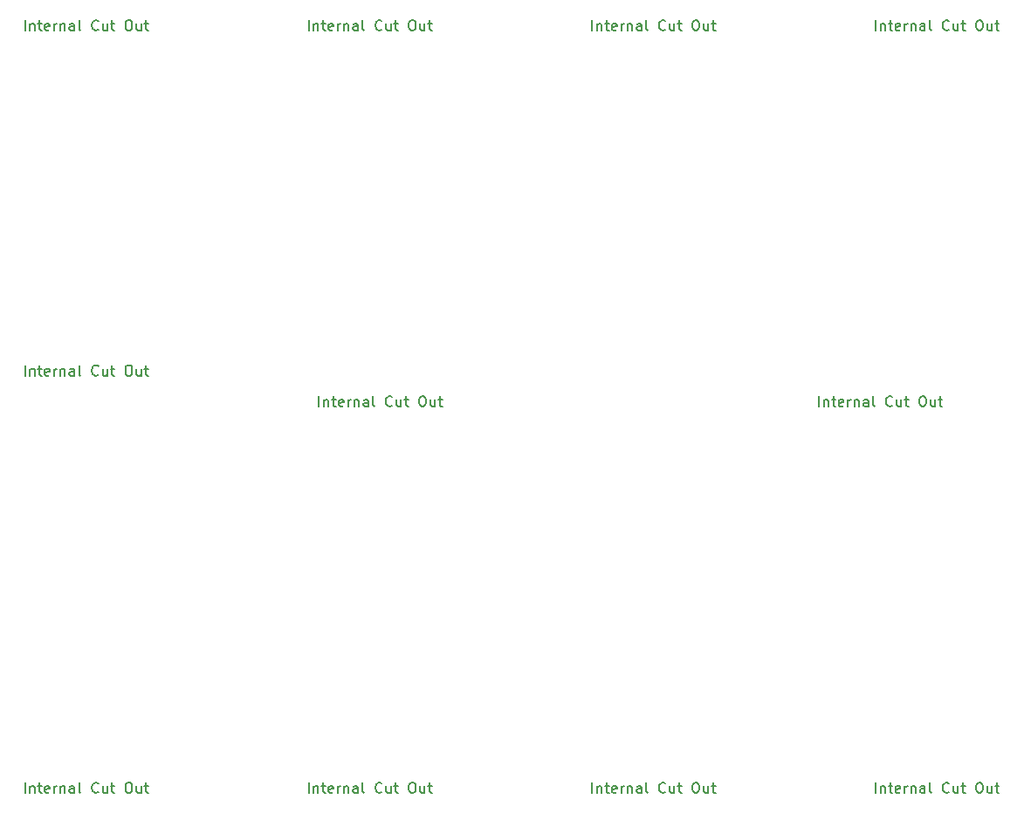
<source format=gbr>
G04 #@! TF.GenerationSoftware,KiCad,Pcbnew,(5.1.4)-1*
G04 #@! TF.CreationDate,2020-12-21T14:05:13-05:00*
G04 #@! TF.ProjectId,vocoder_faceplate,766f636f-6465-4725-9f66-616365706c61,rev?*
G04 #@! TF.SameCoordinates,Original*
G04 #@! TF.FileFunction,Drawing*
%FSLAX46Y46*%
G04 Gerber Fmt 4.6, Leading zero omitted, Abs format (unit mm)*
G04 Created by KiCad (PCBNEW (5.1.4)-1) date 2020-12-21 14:05:13*
%MOMM*%
%LPD*%
G04 APERTURE LIST*
%ADD10C,0.150000*%
G04 APERTURE END LIST*
D10*
X159595238Y-129952380D02*
X159595238Y-128952380D01*
X160071428Y-129285714D02*
X160071428Y-129952380D01*
X160071428Y-129380952D02*
X160119047Y-129333333D01*
X160214285Y-129285714D01*
X160357142Y-129285714D01*
X160452380Y-129333333D01*
X160500000Y-129428571D01*
X160500000Y-129952380D01*
X160833333Y-129285714D02*
X161214285Y-129285714D01*
X160976190Y-128952380D02*
X160976190Y-129809523D01*
X161023809Y-129904761D01*
X161119047Y-129952380D01*
X161214285Y-129952380D01*
X161928571Y-129904761D02*
X161833333Y-129952380D01*
X161642857Y-129952380D01*
X161547619Y-129904761D01*
X161500000Y-129809523D01*
X161500000Y-129428571D01*
X161547619Y-129333333D01*
X161642857Y-129285714D01*
X161833333Y-129285714D01*
X161928571Y-129333333D01*
X161976190Y-129428571D01*
X161976190Y-129523809D01*
X161500000Y-129619047D01*
X162404761Y-129952380D02*
X162404761Y-129285714D01*
X162404761Y-129476190D02*
X162452380Y-129380952D01*
X162500000Y-129333333D01*
X162595238Y-129285714D01*
X162690476Y-129285714D01*
X163023809Y-129285714D02*
X163023809Y-129952380D01*
X163023809Y-129380952D02*
X163071428Y-129333333D01*
X163166666Y-129285714D01*
X163309523Y-129285714D01*
X163404761Y-129333333D01*
X163452380Y-129428571D01*
X163452380Y-129952380D01*
X164357142Y-129952380D02*
X164357142Y-129428571D01*
X164309523Y-129333333D01*
X164214285Y-129285714D01*
X164023809Y-129285714D01*
X163928571Y-129333333D01*
X164357142Y-129904761D02*
X164261904Y-129952380D01*
X164023809Y-129952380D01*
X163928571Y-129904761D01*
X163880952Y-129809523D01*
X163880952Y-129714285D01*
X163928571Y-129619047D01*
X164023809Y-129571428D01*
X164261904Y-129571428D01*
X164357142Y-129523809D01*
X164976190Y-129952380D02*
X164880952Y-129904761D01*
X164833333Y-129809523D01*
X164833333Y-128952380D01*
X166690476Y-129857142D02*
X166642857Y-129904761D01*
X166500000Y-129952380D01*
X166404761Y-129952380D01*
X166261904Y-129904761D01*
X166166666Y-129809523D01*
X166119047Y-129714285D01*
X166071428Y-129523809D01*
X166071428Y-129380952D01*
X166119047Y-129190476D01*
X166166666Y-129095238D01*
X166261904Y-129000000D01*
X166404761Y-128952380D01*
X166500000Y-128952380D01*
X166642857Y-129000000D01*
X166690476Y-129047619D01*
X167547619Y-129285714D02*
X167547619Y-129952380D01*
X167119047Y-129285714D02*
X167119047Y-129809523D01*
X167166666Y-129904761D01*
X167261904Y-129952380D01*
X167404761Y-129952380D01*
X167500000Y-129904761D01*
X167547619Y-129857142D01*
X167880952Y-129285714D02*
X168261904Y-129285714D01*
X168023809Y-128952380D02*
X168023809Y-129809523D01*
X168071428Y-129904761D01*
X168166666Y-129952380D01*
X168261904Y-129952380D01*
X169547619Y-128952380D02*
X169738095Y-128952380D01*
X169833333Y-129000000D01*
X169928571Y-129095238D01*
X169976190Y-129285714D01*
X169976190Y-129619047D01*
X169928571Y-129809523D01*
X169833333Y-129904761D01*
X169738095Y-129952380D01*
X169547619Y-129952380D01*
X169452380Y-129904761D01*
X169357142Y-129809523D01*
X169309523Y-129619047D01*
X169309523Y-129285714D01*
X169357142Y-129095238D01*
X169452380Y-129000000D01*
X169547619Y-128952380D01*
X170833333Y-129285714D02*
X170833333Y-129952380D01*
X170404761Y-129285714D02*
X170404761Y-129809523D01*
X170452380Y-129904761D01*
X170547619Y-129952380D01*
X170690476Y-129952380D01*
X170785714Y-129904761D01*
X170833333Y-129857142D01*
X171166666Y-129285714D02*
X171547619Y-129285714D01*
X171309523Y-128952380D02*
X171309523Y-129809523D01*
X171357142Y-129904761D01*
X171452380Y-129952380D01*
X171547619Y-129952380D01*
X132095238Y-129952380D02*
X132095238Y-128952380D01*
X132571428Y-129285714D02*
X132571428Y-129952380D01*
X132571428Y-129380952D02*
X132619047Y-129333333D01*
X132714285Y-129285714D01*
X132857142Y-129285714D01*
X132952380Y-129333333D01*
X133000000Y-129428571D01*
X133000000Y-129952380D01*
X133333333Y-129285714D02*
X133714285Y-129285714D01*
X133476190Y-128952380D02*
X133476190Y-129809523D01*
X133523809Y-129904761D01*
X133619047Y-129952380D01*
X133714285Y-129952380D01*
X134428571Y-129904761D02*
X134333333Y-129952380D01*
X134142857Y-129952380D01*
X134047619Y-129904761D01*
X134000000Y-129809523D01*
X134000000Y-129428571D01*
X134047619Y-129333333D01*
X134142857Y-129285714D01*
X134333333Y-129285714D01*
X134428571Y-129333333D01*
X134476190Y-129428571D01*
X134476190Y-129523809D01*
X134000000Y-129619047D01*
X134904761Y-129952380D02*
X134904761Y-129285714D01*
X134904761Y-129476190D02*
X134952380Y-129380952D01*
X135000000Y-129333333D01*
X135095238Y-129285714D01*
X135190476Y-129285714D01*
X135523809Y-129285714D02*
X135523809Y-129952380D01*
X135523809Y-129380952D02*
X135571428Y-129333333D01*
X135666666Y-129285714D01*
X135809523Y-129285714D01*
X135904761Y-129333333D01*
X135952380Y-129428571D01*
X135952380Y-129952380D01*
X136857142Y-129952380D02*
X136857142Y-129428571D01*
X136809523Y-129333333D01*
X136714285Y-129285714D01*
X136523809Y-129285714D01*
X136428571Y-129333333D01*
X136857142Y-129904761D02*
X136761904Y-129952380D01*
X136523809Y-129952380D01*
X136428571Y-129904761D01*
X136380952Y-129809523D01*
X136380952Y-129714285D01*
X136428571Y-129619047D01*
X136523809Y-129571428D01*
X136761904Y-129571428D01*
X136857142Y-129523809D01*
X137476190Y-129952380D02*
X137380952Y-129904761D01*
X137333333Y-129809523D01*
X137333333Y-128952380D01*
X139190476Y-129857142D02*
X139142857Y-129904761D01*
X139000000Y-129952380D01*
X138904761Y-129952380D01*
X138761904Y-129904761D01*
X138666666Y-129809523D01*
X138619047Y-129714285D01*
X138571428Y-129523809D01*
X138571428Y-129380952D01*
X138619047Y-129190476D01*
X138666666Y-129095238D01*
X138761904Y-129000000D01*
X138904761Y-128952380D01*
X139000000Y-128952380D01*
X139142857Y-129000000D01*
X139190476Y-129047619D01*
X140047619Y-129285714D02*
X140047619Y-129952380D01*
X139619047Y-129285714D02*
X139619047Y-129809523D01*
X139666666Y-129904761D01*
X139761904Y-129952380D01*
X139904761Y-129952380D01*
X140000000Y-129904761D01*
X140047619Y-129857142D01*
X140380952Y-129285714D02*
X140761904Y-129285714D01*
X140523809Y-128952380D02*
X140523809Y-129809523D01*
X140571428Y-129904761D01*
X140666666Y-129952380D01*
X140761904Y-129952380D01*
X142047619Y-128952380D02*
X142238095Y-128952380D01*
X142333333Y-129000000D01*
X142428571Y-129095238D01*
X142476190Y-129285714D01*
X142476190Y-129619047D01*
X142428571Y-129809523D01*
X142333333Y-129904761D01*
X142238095Y-129952380D01*
X142047619Y-129952380D01*
X141952380Y-129904761D01*
X141857142Y-129809523D01*
X141809523Y-129619047D01*
X141809523Y-129285714D01*
X141857142Y-129095238D01*
X141952380Y-129000000D01*
X142047619Y-128952380D01*
X143333333Y-129285714D02*
X143333333Y-129952380D01*
X142904761Y-129285714D02*
X142904761Y-129809523D01*
X142952380Y-129904761D01*
X143047619Y-129952380D01*
X143190476Y-129952380D01*
X143285714Y-129904761D01*
X143333333Y-129857142D01*
X143666666Y-129285714D02*
X144047619Y-129285714D01*
X143809523Y-128952380D02*
X143809523Y-129809523D01*
X143857142Y-129904761D01*
X143952380Y-129952380D01*
X144047619Y-129952380D01*
X104595238Y-129952380D02*
X104595238Y-128952380D01*
X105071428Y-129285714D02*
X105071428Y-129952380D01*
X105071428Y-129380952D02*
X105119047Y-129333333D01*
X105214285Y-129285714D01*
X105357142Y-129285714D01*
X105452380Y-129333333D01*
X105500000Y-129428571D01*
X105500000Y-129952380D01*
X105833333Y-129285714D02*
X106214285Y-129285714D01*
X105976190Y-128952380D02*
X105976190Y-129809523D01*
X106023809Y-129904761D01*
X106119047Y-129952380D01*
X106214285Y-129952380D01*
X106928571Y-129904761D02*
X106833333Y-129952380D01*
X106642857Y-129952380D01*
X106547619Y-129904761D01*
X106500000Y-129809523D01*
X106500000Y-129428571D01*
X106547619Y-129333333D01*
X106642857Y-129285714D01*
X106833333Y-129285714D01*
X106928571Y-129333333D01*
X106976190Y-129428571D01*
X106976190Y-129523809D01*
X106500000Y-129619047D01*
X107404761Y-129952380D02*
X107404761Y-129285714D01*
X107404761Y-129476190D02*
X107452380Y-129380952D01*
X107500000Y-129333333D01*
X107595238Y-129285714D01*
X107690476Y-129285714D01*
X108023809Y-129285714D02*
X108023809Y-129952380D01*
X108023809Y-129380952D02*
X108071428Y-129333333D01*
X108166666Y-129285714D01*
X108309523Y-129285714D01*
X108404761Y-129333333D01*
X108452380Y-129428571D01*
X108452380Y-129952380D01*
X109357142Y-129952380D02*
X109357142Y-129428571D01*
X109309523Y-129333333D01*
X109214285Y-129285714D01*
X109023809Y-129285714D01*
X108928571Y-129333333D01*
X109357142Y-129904761D02*
X109261904Y-129952380D01*
X109023809Y-129952380D01*
X108928571Y-129904761D01*
X108880952Y-129809523D01*
X108880952Y-129714285D01*
X108928571Y-129619047D01*
X109023809Y-129571428D01*
X109261904Y-129571428D01*
X109357142Y-129523809D01*
X109976190Y-129952380D02*
X109880952Y-129904761D01*
X109833333Y-129809523D01*
X109833333Y-128952380D01*
X111690476Y-129857142D02*
X111642857Y-129904761D01*
X111500000Y-129952380D01*
X111404761Y-129952380D01*
X111261904Y-129904761D01*
X111166666Y-129809523D01*
X111119047Y-129714285D01*
X111071428Y-129523809D01*
X111071428Y-129380952D01*
X111119047Y-129190476D01*
X111166666Y-129095238D01*
X111261904Y-129000000D01*
X111404761Y-128952380D01*
X111500000Y-128952380D01*
X111642857Y-129000000D01*
X111690476Y-129047619D01*
X112547619Y-129285714D02*
X112547619Y-129952380D01*
X112119047Y-129285714D02*
X112119047Y-129809523D01*
X112166666Y-129904761D01*
X112261904Y-129952380D01*
X112404761Y-129952380D01*
X112500000Y-129904761D01*
X112547619Y-129857142D01*
X112880952Y-129285714D02*
X113261904Y-129285714D01*
X113023809Y-128952380D02*
X113023809Y-129809523D01*
X113071428Y-129904761D01*
X113166666Y-129952380D01*
X113261904Y-129952380D01*
X114547619Y-128952380D02*
X114738095Y-128952380D01*
X114833333Y-129000000D01*
X114928571Y-129095238D01*
X114976190Y-129285714D01*
X114976190Y-129619047D01*
X114928571Y-129809523D01*
X114833333Y-129904761D01*
X114738095Y-129952380D01*
X114547619Y-129952380D01*
X114452380Y-129904761D01*
X114357142Y-129809523D01*
X114309523Y-129619047D01*
X114309523Y-129285714D01*
X114357142Y-129095238D01*
X114452380Y-129000000D01*
X114547619Y-128952380D01*
X115833333Y-129285714D02*
X115833333Y-129952380D01*
X115404761Y-129285714D02*
X115404761Y-129809523D01*
X115452380Y-129904761D01*
X115547619Y-129952380D01*
X115690476Y-129952380D01*
X115785714Y-129904761D01*
X115833333Y-129857142D01*
X116166666Y-129285714D02*
X116547619Y-129285714D01*
X116309523Y-128952380D02*
X116309523Y-129809523D01*
X116357142Y-129904761D01*
X116452380Y-129952380D01*
X116547619Y-129952380D01*
X77095238Y-129952380D02*
X77095238Y-128952380D01*
X77571428Y-129285714D02*
X77571428Y-129952380D01*
X77571428Y-129380952D02*
X77619047Y-129333333D01*
X77714285Y-129285714D01*
X77857142Y-129285714D01*
X77952380Y-129333333D01*
X78000000Y-129428571D01*
X78000000Y-129952380D01*
X78333333Y-129285714D02*
X78714285Y-129285714D01*
X78476190Y-128952380D02*
X78476190Y-129809523D01*
X78523809Y-129904761D01*
X78619047Y-129952380D01*
X78714285Y-129952380D01*
X79428571Y-129904761D02*
X79333333Y-129952380D01*
X79142857Y-129952380D01*
X79047619Y-129904761D01*
X79000000Y-129809523D01*
X79000000Y-129428571D01*
X79047619Y-129333333D01*
X79142857Y-129285714D01*
X79333333Y-129285714D01*
X79428571Y-129333333D01*
X79476190Y-129428571D01*
X79476190Y-129523809D01*
X79000000Y-129619047D01*
X79904761Y-129952380D02*
X79904761Y-129285714D01*
X79904761Y-129476190D02*
X79952380Y-129380952D01*
X80000000Y-129333333D01*
X80095238Y-129285714D01*
X80190476Y-129285714D01*
X80523809Y-129285714D02*
X80523809Y-129952380D01*
X80523809Y-129380952D02*
X80571428Y-129333333D01*
X80666666Y-129285714D01*
X80809523Y-129285714D01*
X80904761Y-129333333D01*
X80952380Y-129428571D01*
X80952380Y-129952380D01*
X81857142Y-129952380D02*
X81857142Y-129428571D01*
X81809523Y-129333333D01*
X81714285Y-129285714D01*
X81523809Y-129285714D01*
X81428571Y-129333333D01*
X81857142Y-129904761D02*
X81761904Y-129952380D01*
X81523809Y-129952380D01*
X81428571Y-129904761D01*
X81380952Y-129809523D01*
X81380952Y-129714285D01*
X81428571Y-129619047D01*
X81523809Y-129571428D01*
X81761904Y-129571428D01*
X81857142Y-129523809D01*
X82476190Y-129952380D02*
X82380952Y-129904761D01*
X82333333Y-129809523D01*
X82333333Y-128952380D01*
X84190476Y-129857142D02*
X84142857Y-129904761D01*
X84000000Y-129952380D01*
X83904761Y-129952380D01*
X83761904Y-129904761D01*
X83666666Y-129809523D01*
X83619047Y-129714285D01*
X83571428Y-129523809D01*
X83571428Y-129380952D01*
X83619047Y-129190476D01*
X83666666Y-129095238D01*
X83761904Y-129000000D01*
X83904761Y-128952380D01*
X84000000Y-128952380D01*
X84142857Y-129000000D01*
X84190476Y-129047619D01*
X85047619Y-129285714D02*
X85047619Y-129952380D01*
X84619047Y-129285714D02*
X84619047Y-129809523D01*
X84666666Y-129904761D01*
X84761904Y-129952380D01*
X84904761Y-129952380D01*
X85000000Y-129904761D01*
X85047619Y-129857142D01*
X85380952Y-129285714D02*
X85761904Y-129285714D01*
X85523809Y-128952380D02*
X85523809Y-129809523D01*
X85571428Y-129904761D01*
X85666666Y-129952380D01*
X85761904Y-129952380D01*
X87047619Y-128952380D02*
X87238095Y-128952380D01*
X87333333Y-129000000D01*
X87428571Y-129095238D01*
X87476190Y-129285714D01*
X87476190Y-129619047D01*
X87428571Y-129809523D01*
X87333333Y-129904761D01*
X87238095Y-129952380D01*
X87047619Y-129952380D01*
X86952380Y-129904761D01*
X86857142Y-129809523D01*
X86809523Y-129619047D01*
X86809523Y-129285714D01*
X86857142Y-129095238D01*
X86952380Y-129000000D01*
X87047619Y-128952380D01*
X88333333Y-129285714D02*
X88333333Y-129952380D01*
X87904761Y-129285714D02*
X87904761Y-129809523D01*
X87952380Y-129904761D01*
X88047619Y-129952380D01*
X88190476Y-129952380D01*
X88285714Y-129904761D01*
X88333333Y-129857142D01*
X88666666Y-129285714D02*
X89047619Y-129285714D01*
X88809523Y-128952380D02*
X88809523Y-129809523D01*
X88857142Y-129904761D01*
X88952380Y-129952380D01*
X89047619Y-129952380D01*
X77095238Y-55952380D02*
X77095238Y-54952380D01*
X77571428Y-55285714D02*
X77571428Y-55952380D01*
X77571428Y-55380952D02*
X77619047Y-55333333D01*
X77714285Y-55285714D01*
X77857142Y-55285714D01*
X77952380Y-55333333D01*
X78000000Y-55428571D01*
X78000000Y-55952380D01*
X78333333Y-55285714D02*
X78714285Y-55285714D01*
X78476190Y-54952380D02*
X78476190Y-55809523D01*
X78523809Y-55904761D01*
X78619047Y-55952380D01*
X78714285Y-55952380D01*
X79428571Y-55904761D02*
X79333333Y-55952380D01*
X79142857Y-55952380D01*
X79047619Y-55904761D01*
X79000000Y-55809523D01*
X79000000Y-55428571D01*
X79047619Y-55333333D01*
X79142857Y-55285714D01*
X79333333Y-55285714D01*
X79428571Y-55333333D01*
X79476190Y-55428571D01*
X79476190Y-55523809D01*
X79000000Y-55619047D01*
X79904761Y-55952380D02*
X79904761Y-55285714D01*
X79904761Y-55476190D02*
X79952380Y-55380952D01*
X80000000Y-55333333D01*
X80095238Y-55285714D01*
X80190476Y-55285714D01*
X80523809Y-55285714D02*
X80523809Y-55952380D01*
X80523809Y-55380952D02*
X80571428Y-55333333D01*
X80666666Y-55285714D01*
X80809523Y-55285714D01*
X80904761Y-55333333D01*
X80952380Y-55428571D01*
X80952380Y-55952380D01*
X81857142Y-55952380D02*
X81857142Y-55428571D01*
X81809523Y-55333333D01*
X81714285Y-55285714D01*
X81523809Y-55285714D01*
X81428571Y-55333333D01*
X81857142Y-55904761D02*
X81761904Y-55952380D01*
X81523809Y-55952380D01*
X81428571Y-55904761D01*
X81380952Y-55809523D01*
X81380952Y-55714285D01*
X81428571Y-55619047D01*
X81523809Y-55571428D01*
X81761904Y-55571428D01*
X81857142Y-55523809D01*
X82476190Y-55952380D02*
X82380952Y-55904761D01*
X82333333Y-55809523D01*
X82333333Y-54952380D01*
X84190476Y-55857142D02*
X84142857Y-55904761D01*
X84000000Y-55952380D01*
X83904761Y-55952380D01*
X83761904Y-55904761D01*
X83666666Y-55809523D01*
X83619047Y-55714285D01*
X83571428Y-55523809D01*
X83571428Y-55380952D01*
X83619047Y-55190476D01*
X83666666Y-55095238D01*
X83761904Y-55000000D01*
X83904761Y-54952380D01*
X84000000Y-54952380D01*
X84142857Y-55000000D01*
X84190476Y-55047619D01*
X85047619Y-55285714D02*
X85047619Y-55952380D01*
X84619047Y-55285714D02*
X84619047Y-55809523D01*
X84666666Y-55904761D01*
X84761904Y-55952380D01*
X84904761Y-55952380D01*
X85000000Y-55904761D01*
X85047619Y-55857142D01*
X85380952Y-55285714D02*
X85761904Y-55285714D01*
X85523809Y-54952380D02*
X85523809Y-55809523D01*
X85571428Y-55904761D01*
X85666666Y-55952380D01*
X85761904Y-55952380D01*
X87047619Y-54952380D02*
X87238095Y-54952380D01*
X87333333Y-55000000D01*
X87428571Y-55095238D01*
X87476190Y-55285714D01*
X87476190Y-55619047D01*
X87428571Y-55809523D01*
X87333333Y-55904761D01*
X87238095Y-55952380D01*
X87047619Y-55952380D01*
X86952380Y-55904761D01*
X86857142Y-55809523D01*
X86809523Y-55619047D01*
X86809523Y-55285714D01*
X86857142Y-55095238D01*
X86952380Y-55000000D01*
X87047619Y-54952380D01*
X88333333Y-55285714D02*
X88333333Y-55952380D01*
X87904761Y-55285714D02*
X87904761Y-55809523D01*
X87952380Y-55904761D01*
X88047619Y-55952380D01*
X88190476Y-55952380D01*
X88285714Y-55904761D01*
X88333333Y-55857142D01*
X88666666Y-55285714D02*
X89047619Y-55285714D01*
X88809523Y-54952380D02*
X88809523Y-55809523D01*
X88857142Y-55904761D01*
X88952380Y-55952380D01*
X89047619Y-55952380D01*
X159595238Y-55952380D02*
X159595238Y-54952380D01*
X160071428Y-55285714D02*
X160071428Y-55952380D01*
X160071428Y-55380952D02*
X160119047Y-55333333D01*
X160214285Y-55285714D01*
X160357142Y-55285714D01*
X160452380Y-55333333D01*
X160500000Y-55428571D01*
X160500000Y-55952380D01*
X160833333Y-55285714D02*
X161214285Y-55285714D01*
X160976190Y-54952380D02*
X160976190Y-55809523D01*
X161023809Y-55904761D01*
X161119047Y-55952380D01*
X161214285Y-55952380D01*
X161928571Y-55904761D02*
X161833333Y-55952380D01*
X161642857Y-55952380D01*
X161547619Y-55904761D01*
X161500000Y-55809523D01*
X161500000Y-55428571D01*
X161547619Y-55333333D01*
X161642857Y-55285714D01*
X161833333Y-55285714D01*
X161928571Y-55333333D01*
X161976190Y-55428571D01*
X161976190Y-55523809D01*
X161500000Y-55619047D01*
X162404761Y-55952380D02*
X162404761Y-55285714D01*
X162404761Y-55476190D02*
X162452380Y-55380952D01*
X162500000Y-55333333D01*
X162595238Y-55285714D01*
X162690476Y-55285714D01*
X163023809Y-55285714D02*
X163023809Y-55952380D01*
X163023809Y-55380952D02*
X163071428Y-55333333D01*
X163166666Y-55285714D01*
X163309523Y-55285714D01*
X163404761Y-55333333D01*
X163452380Y-55428571D01*
X163452380Y-55952380D01*
X164357142Y-55952380D02*
X164357142Y-55428571D01*
X164309523Y-55333333D01*
X164214285Y-55285714D01*
X164023809Y-55285714D01*
X163928571Y-55333333D01*
X164357142Y-55904761D02*
X164261904Y-55952380D01*
X164023809Y-55952380D01*
X163928571Y-55904761D01*
X163880952Y-55809523D01*
X163880952Y-55714285D01*
X163928571Y-55619047D01*
X164023809Y-55571428D01*
X164261904Y-55571428D01*
X164357142Y-55523809D01*
X164976190Y-55952380D02*
X164880952Y-55904761D01*
X164833333Y-55809523D01*
X164833333Y-54952380D01*
X166690476Y-55857142D02*
X166642857Y-55904761D01*
X166500000Y-55952380D01*
X166404761Y-55952380D01*
X166261904Y-55904761D01*
X166166666Y-55809523D01*
X166119047Y-55714285D01*
X166071428Y-55523809D01*
X166071428Y-55380952D01*
X166119047Y-55190476D01*
X166166666Y-55095238D01*
X166261904Y-55000000D01*
X166404761Y-54952380D01*
X166500000Y-54952380D01*
X166642857Y-55000000D01*
X166690476Y-55047619D01*
X167547619Y-55285714D02*
X167547619Y-55952380D01*
X167119047Y-55285714D02*
X167119047Y-55809523D01*
X167166666Y-55904761D01*
X167261904Y-55952380D01*
X167404761Y-55952380D01*
X167500000Y-55904761D01*
X167547619Y-55857142D01*
X167880952Y-55285714D02*
X168261904Y-55285714D01*
X168023809Y-54952380D02*
X168023809Y-55809523D01*
X168071428Y-55904761D01*
X168166666Y-55952380D01*
X168261904Y-55952380D01*
X169547619Y-54952380D02*
X169738095Y-54952380D01*
X169833333Y-55000000D01*
X169928571Y-55095238D01*
X169976190Y-55285714D01*
X169976190Y-55619047D01*
X169928571Y-55809523D01*
X169833333Y-55904761D01*
X169738095Y-55952380D01*
X169547619Y-55952380D01*
X169452380Y-55904761D01*
X169357142Y-55809523D01*
X169309523Y-55619047D01*
X169309523Y-55285714D01*
X169357142Y-55095238D01*
X169452380Y-55000000D01*
X169547619Y-54952380D01*
X170833333Y-55285714D02*
X170833333Y-55952380D01*
X170404761Y-55285714D02*
X170404761Y-55809523D01*
X170452380Y-55904761D01*
X170547619Y-55952380D01*
X170690476Y-55952380D01*
X170785714Y-55904761D01*
X170833333Y-55857142D01*
X171166666Y-55285714D02*
X171547619Y-55285714D01*
X171309523Y-54952380D02*
X171309523Y-55809523D01*
X171357142Y-55904761D01*
X171452380Y-55952380D01*
X171547619Y-55952380D01*
X132095238Y-55952380D02*
X132095238Y-54952380D01*
X132571428Y-55285714D02*
X132571428Y-55952380D01*
X132571428Y-55380952D02*
X132619047Y-55333333D01*
X132714285Y-55285714D01*
X132857142Y-55285714D01*
X132952380Y-55333333D01*
X133000000Y-55428571D01*
X133000000Y-55952380D01*
X133333333Y-55285714D02*
X133714285Y-55285714D01*
X133476190Y-54952380D02*
X133476190Y-55809523D01*
X133523809Y-55904761D01*
X133619047Y-55952380D01*
X133714285Y-55952380D01*
X134428571Y-55904761D02*
X134333333Y-55952380D01*
X134142857Y-55952380D01*
X134047619Y-55904761D01*
X134000000Y-55809523D01*
X134000000Y-55428571D01*
X134047619Y-55333333D01*
X134142857Y-55285714D01*
X134333333Y-55285714D01*
X134428571Y-55333333D01*
X134476190Y-55428571D01*
X134476190Y-55523809D01*
X134000000Y-55619047D01*
X134904761Y-55952380D02*
X134904761Y-55285714D01*
X134904761Y-55476190D02*
X134952380Y-55380952D01*
X135000000Y-55333333D01*
X135095238Y-55285714D01*
X135190476Y-55285714D01*
X135523809Y-55285714D02*
X135523809Y-55952380D01*
X135523809Y-55380952D02*
X135571428Y-55333333D01*
X135666666Y-55285714D01*
X135809523Y-55285714D01*
X135904761Y-55333333D01*
X135952380Y-55428571D01*
X135952380Y-55952380D01*
X136857142Y-55952380D02*
X136857142Y-55428571D01*
X136809523Y-55333333D01*
X136714285Y-55285714D01*
X136523809Y-55285714D01*
X136428571Y-55333333D01*
X136857142Y-55904761D02*
X136761904Y-55952380D01*
X136523809Y-55952380D01*
X136428571Y-55904761D01*
X136380952Y-55809523D01*
X136380952Y-55714285D01*
X136428571Y-55619047D01*
X136523809Y-55571428D01*
X136761904Y-55571428D01*
X136857142Y-55523809D01*
X137476190Y-55952380D02*
X137380952Y-55904761D01*
X137333333Y-55809523D01*
X137333333Y-54952380D01*
X139190476Y-55857142D02*
X139142857Y-55904761D01*
X139000000Y-55952380D01*
X138904761Y-55952380D01*
X138761904Y-55904761D01*
X138666666Y-55809523D01*
X138619047Y-55714285D01*
X138571428Y-55523809D01*
X138571428Y-55380952D01*
X138619047Y-55190476D01*
X138666666Y-55095238D01*
X138761904Y-55000000D01*
X138904761Y-54952380D01*
X139000000Y-54952380D01*
X139142857Y-55000000D01*
X139190476Y-55047619D01*
X140047619Y-55285714D02*
X140047619Y-55952380D01*
X139619047Y-55285714D02*
X139619047Y-55809523D01*
X139666666Y-55904761D01*
X139761904Y-55952380D01*
X139904761Y-55952380D01*
X140000000Y-55904761D01*
X140047619Y-55857142D01*
X140380952Y-55285714D02*
X140761904Y-55285714D01*
X140523809Y-54952380D02*
X140523809Y-55809523D01*
X140571428Y-55904761D01*
X140666666Y-55952380D01*
X140761904Y-55952380D01*
X142047619Y-54952380D02*
X142238095Y-54952380D01*
X142333333Y-55000000D01*
X142428571Y-55095238D01*
X142476190Y-55285714D01*
X142476190Y-55619047D01*
X142428571Y-55809523D01*
X142333333Y-55904761D01*
X142238095Y-55952380D01*
X142047619Y-55952380D01*
X141952380Y-55904761D01*
X141857142Y-55809523D01*
X141809523Y-55619047D01*
X141809523Y-55285714D01*
X141857142Y-55095238D01*
X141952380Y-55000000D01*
X142047619Y-54952380D01*
X143333333Y-55285714D02*
X143333333Y-55952380D01*
X142904761Y-55285714D02*
X142904761Y-55809523D01*
X142952380Y-55904761D01*
X143047619Y-55952380D01*
X143190476Y-55952380D01*
X143285714Y-55904761D01*
X143333333Y-55857142D01*
X143666666Y-55285714D02*
X144047619Y-55285714D01*
X143809523Y-54952380D02*
X143809523Y-55809523D01*
X143857142Y-55904761D01*
X143952380Y-55952380D01*
X144047619Y-55952380D01*
X104595238Y-55952380D02*
X104595238Y-54952380D01*
X105071428Y-55285714D02*
X105071428Y-55952380D01*
X105071428Y-55380952D02*
X105119047Y-55333333D01*
X105214285Y-55285714D01*
X105357142Y-55285714D01*
X105452380Y-55333333D01*
X105500000Y-55428571D01*
X105500000Y-55952380D01*
X105833333Y-55285714D02*
X106214285Y-55285714D01*
X105976190Y-54952380D02*
X105976190Y-55809523D01*
X106023809Y-55904761D01*
X106119047Y-55952380D01*
X106214285Y-55952380D01*
X106928571Y-55904761D02*
X106833333Y-55952380D01*
X106642857Y-55952380D01*
X106547619Y-55904761D01*
X106500000Y-55809523D01*
X106500000Y-55428571D01*
X106547619Y-55333333D01*
X106642857Y-55285714D01*
X106833333Y-55285714D01*
X106928571Y-55333333D01*
X106976190Y-55428571D01*
X106976190Y-55523809D01*
X106500000Y-55619047D01*
X107404761Y-55952380D02*
X107404761Y-55285714D01*
X107404761Y-55476190D02*
X107452380Y-55380952D01*
X107500000Y-55333333D01*
X107595238Y-55285714D01*
X107690476Y-55285714D01*
X108023809Y-55285714D02*
X108023809Y-55952380D01*
X108023809Y-55380952D02*
X108071428Y-55333333D01*
X108166666Y-55285714D01*
X108309523Y-55285714D01*
X108404761Y-55333333D01*
X108452380Y-55428571D01*
X108452380Y-55952380D01*
X109357142Y-55952380D02*
X109357142Y-55428571D01*
X109309523Y-55333333D01*
X109214285Y-55285714D01*
X109023809Y-55285714D01*
X108928571Y-55333333D01*
X109357142Y-55904761D02*
X109261904Y-55952380D01*
X109023809Y-55952380D01*
X108928571Y-55904761D01*
X108880952Y-55809523D01*
X108880952Y-55714285D01*
X108928571Y-55619047D01*
X109023809Y-55571428D01*
X109261904Y-55571428D01*
X109357142Y-55523809D01*
X109976190Y-55952380D02*
X109880952Y-55904761D01*
X109833333Y-55809523D01*
X109833333Y-54952380D01*
X111690476Y-55857142D02*
X111642857Y-55904761D01*
X111500000Y-55952380D01*
X111404761Y-55952380D01*
X111261904Y-55904761D01*
X111166666Y-55809523D01*
X111119047Y-55714285D01*
X111071428Y-55523809D01*
X111071428Y-55380952D01*
X111119047Y-55190476D01*
X111166666Y-55095238D01*
X111261904Y-55000000D01*
X111404761Y-54952380D01*
X111500000Y-54952380D01*
X111642857Y-55000000D01*
X111690476Y-55047619D01*
X112547619Y-55285714D02*
X112547619Y-55952380D01*
X112119047Y-55285714D02*
X112119047Y-55809523D01*
X112166666Y-55904761D01*
X112261904Y-55952380D01*
X112404761Y-55952380D01*
X112500000Y-55904761D01*
X112547619Y-55857142D01*
X112880952Y-55285714D02*
X113261904Y-55285714D01*
X113023809Y-54952380D02*
X113023809Y-55809523D01*
X113071428Y-55904761D01*
X113166666Y-55952380D01*
X113261904Y-55952380D01*
X114547619Y-54952380D02*
X114738095Y-54952380D01*
X114833333Y-55000000D01*
X114928571Y-55095238D01*
X114976190Y-55285714D01*
X114976190Y-55619047D01*
X114928571Y-55809523D01*
X114833333Y-55904761D01*
X114738095Y-55952380D01*
X114547619Y-55952380D01*
X114452380Y-55904761D01*
X114357142Y-55809523D01*
X114309523Y-55619047D01*
X114309523Y-55285714D01*
X114357142Y-55095238D01*
X114452380Y-55000000D01*
X114547619Y-54952380D01*
X115833333Y-55285714D02*
X115833333Y-55952380D01*
X115404761Y-55285714D02*
X115404761Y-55809523D01*
X115452380Y-55904761D01*
X115547619Y-55952380D01*
X115690476Y-55952380D01*
X115785714Y-55904761D01*
X115833333Y-55857142D01*
X116166666Y-55285714D02*
X116547619Y-55285714D01*
X116309523Y-54952380D02*
X116309523Y-55809523D01*
X116357142Y-55904761D01*
X116452380Y-55952380D01*
X116547619Y-55952380D01*
X77095238Y-89452380D02*
X77095238Y-88452380D01*
X77571428Y-88785714D02*
X77571428Y-89452380D01*
X77571428Y-88880952D02*
X77619047Y-88833333D01*
X77714285Y-88785714D01*
X77857142Y-88785714D01*
X77952380Y-88833333D01*
X78000000Y-88928571D01*
X78000000Y-89452380D01*
X78333333Y-88785714D02*
X78714285Y-88785714D01*
X78476190Y-88452380D02*
X78476190Y-89309523D01*
X78523809Y-89404761D01*
X78619047Y-89452380D01*
X78714285Y-89452380D01*
X79428571Y-89404761D02*
X79333333Y-89452380D01*
X79142857Y-89452380D01*
X79047619Y-89404761D01*
X79000000Y-89309523D01*
X79000000Y-88928571D01*
X79047619Y-88833333D01*
X79142857Y-88785714D01*
X79333333Y-88785714D01*
X79428571Y-88833333D01*
X79476190Y-88928571D01*
X79476190Y-89023809D01*
X79000000Y-89119047D01*
X79904761Y-89452380D02*
X79904761Y-88785714D01*
X79904761Y-88976190D02*
X79952380Y-88880952D01*
X80000000Y-88833333D01*
X80095238Y-88785714D01*
X80190476Y-88785714D01*
X80523809Y-88785714D02*
X80523809Y-89452380D01*
X80523809Y-88880952D02*
X80571428Y-88833333D01*
X80666666Y-88785714D01*
X80809523Y-88785714D01*
X80904761Y-88833333D01*
X80952380Y-88928571D01*
X80952380Y-89452380D01*
X81857142Y-89452380D02*
X81857142Y-88928571D01*
X81809523Y-88833333D01*
X81714285Y-88785714D01*
X81523809Y-88785714D01*
X81428571Y-88833333D01*
X81857142Y-89404761D02*
X81761904Y-89452380D01*
X81523809Y-89452380D01*
X81428571Y-89404761D01*
X81380952Y-89309523D01*
X81380952Y-89214285D01*
X81428571Y-89119047D01*
X81523809Y-89071428D01*
X81761904Y-89071428D01*
X81857142Y-89023809D01*
X82476190Y-89452380D02*
X82380952Y-89404761D01*
X82333333Y-89309523D01*
X82333333Y-88452380D01*
X84190476Y-89357142D02*
X84142857Y-89404761D01*
X84000000Y-89452380D01*
X83904761Y-89452380D01*
X83761904Y-89404761D01*
X83666666Y-89309523D01*
X83619047Y-89214285D01*
X83571428Y-89023809D01*
X83571428Y-88880952D01*
X83619047Y-88690476D01*
X83666666Y-88595238D01*
X83761904Y-88500000D01*
X83904761Y-88452380D01*
X84000000Y-88452380D01*
X84142857Y-88500000D01*
X84190476Y-88547619D01*
X85047619Y-88785714D02*
X85047619Y-89452380D01*
X84619047Y-88785714D02*
X84619047Y-89309523D01*
X84666666Y-89404761D01*
X84761904Y-89452380D01*
X84904761Y-89452380D01*
X85000000Y-89404761D01*
X85047619Y-89357142D01*
X85380952Y-88785714D02*
X85761904Y-88785714D01*
X85523809Y-88452380D02*
X85523809Y-89309523D01*
X85571428Y-89404761D01*
X85666666Y-89452380D01*
X85761904Y-89452380D01*
X87047619Y-88452380D02*
X87238095Y-88452380D01*
X87333333Y-88500000D01*
X87428571Y-88595238D01*
X87476190Y-88785714D01*
X87476190Y-89119047D01*
X87428571Y-89309523D01*
X87333333Y-89404761D01*
X87238095Y-89452380D01*
X87047619Y-89452380D01*
X86952380Y-89404761D01*
X86857142Y-89309523D01*
X86809523Y-89119047D01*
X86809523Y-88785714D01*
X86857142Y-88595238D01*
X86952380Y-88500000D01*
X87047619Y-88452380D01*
X88333333Y-88785714D02*
X88333333Y-89452380D01*
X87904761Y-88785714D02*
X87904761Y-89309523D01*
X87952380Y-89404761D01*
X88047619Y-89452380D01*
X88190476Y-89452380D01*
X88285714Y-89404761D01*
X88333333Y-89357142D01*
X88666666Y-88785714D02*
X89047619Y-88785714D01*
X88809523Y-88452380D02*
X88809523Y-89309523D01*
X88857142Y-89404761D01*
X88952380Y-89452380D01*
X89047619Y-89452380D01*
X105595238Y-92452380D02*
X105595238Y-91452380D01*
X106071428Y-91785714D02*
X106071428Y-92452380D01*
X106071428Y-91880952D02*
X106119047Y-91833333D01*
X106214285Y-91785714D01*
X106357142Y-91785714D01*
X106452380Y-91833333D01*
X106500000Y-91928571D01*
X106500000Y-92452380D01*
X106833333Y-91785714D02*
X107214285Y-91785714D01*
X106976190Y-91452380D02*
X106976190Y-92309523D01*
X107023809Y-92404761D01*
X107119047Y-92452380D01*
X107214285Y-92452380D01*
X107928571Y-92404761D02*
X107833333Y-92452380D01*
X107642857Y-92452380D01*
X107547619Y-92404761D01*
X107500000Y-92309523D01*
X107500000Y-91928571D01*
X107547619Y-91833333D01*
X107642857Y-91785714D01*
X107833333Y-91785714D01*
X107928571Y-91833333D01*
X107976190Y-91928571D01*
X107976190Y-92023809D01*
X107500000Y-92119047D01*
X108404761Y-92452380D02*
X108404761Y-91785714D01*
X108404761Y-91976190D02*
X108452380Y-91880952D01*
X108500000Y-91833333D01*
X108595238Y-91785714D01*
X108690476Y-91785714D01*
X109023809Y-91785714D02*
X109023809Y-92452380D01*
X109023809Y-91880952D02*
X109071428Y-91833333D01*
X109166666Y-91785714D01*
X109309523Y-91785714D01*
X109404761Y-91833333D01*
X109452380Y-91928571D01*
X109452380Y-92452380D01*
X110357142Y-92452380D02*
X110357142Y-91928571D01*
X110309523Y-91833333D01*
X110214285Y-91785714D01*
X110023809Y-91785714D01*
X109928571Y-91833333D01*
X110357142Y-92404761D02*
X110261904Y-92452380D01*
X110023809Y-92452380D01*
X109928571Y-92404761D01*
X109880952Y-92309523D01*
X109880952Y-92214285D01*
X109928571Y-92119047D01*
X110023809Y-92071428D01*
X110261904Y-92071428D01*
X110357142Y-92023809D01*
X110976190Y-92452380D02*
X110880952Y-92404761D01*
X110833333Y-92309523D01*
X110833333Y-91452380D01*
X112690476Y-92357142D02*
X112642857Y-92404761D01*
X112500000Y-92452380D01*
X112404761Y-92452380D01*
X112261904Y-92404761D01*
X112166666Y-92309523D01*
X112119047Y-92214285D01*
X112071428Y-92023809D01*
X112071428Y-91880952D01*
X112119047Y-91690476D01*
X112166666Y-91595238D01*
X112261904Y-91500000D01*
X112404761Y-91452380D01*
X112500000Y-91452380D01*
X112642857Y-91500000D01*
X112690476Y-91547619D01*
X113547619Y-91785714D02*
X113547619Y-92452380D01*
X113119047Y-91785714D02*
X113119047Y-92309523D01*
X113166666Y-92404761D01*
X113261904Y-92452380D01*
X113404761Y-92452380D01*
X113500000Y-92404761D01*
X113547619Y-92357142D01*
X113880952Y-91785714D02*
X114261904Y-91785714D01*
X114023809Y-91452380D02*
X114023809Y-92309523D01*
X114071428Y-92404761D01*
X114166666Y-92452380D01*
X114261904Y-92452380D01*
X115547619Y-91452380D02*
X115738095Y-91452380D01*
X115833333Y-91500000D01*
X115928571Y-91595238D01*
X115976190Y-91785714D01*
X115976190Y-92119047D01*
X115928571Y-92309523D01*
X115833333Y-92404761D01*
X115738095Y-92452380D01*
X115547619Y-92452380D01*
X115452380Y-92404761D01*
X115357142Y-92309523D01*
X115309523Y-92119047D01*
X115309523Y-91785714D01*
X115357142Y-91595238D01*
X115452380Y-91500000D01*
X115547619Y-91452380D01*
X116833333Y-91785714D02*
X116833333Y-92452380D01*
X116404761Y-91785714D02*
X116404761Y-92309523D01*
X116452380Y-92404761D01*
X116547619Y-92452380D01*
X116690476Y-92452380D01*
X116785714Y-92404761D01*
X116833333Y-92357142D01*
X117166666Y-91785714D02*
X117547619Y-91785714D01*
X117309523Y-91452380D02*
X117309523Y-92309523D01*
X117357142Y-92404761D01*
X117452380Y-92452380D01*
X117547619Y-92452380D01*
X154095238Y-92452380D02*
X154095238Y-91452380D01*
X154571428Y-91785714D02*
X154571428Y-92452380D01*
X154571428Y-91880952D02*
X154619047Y-91833333D01*
X154714285Y-91785714D01*
X154857142Y-91785714D01*
X154952380Y-91833333D01*
X155000000Y-91928571D01*
X155000000Y-92452380D01*
X155333333Y-91785714D02*
X155714285Y-91785714D01*
X155476190Y-91452380D02*
X155476190Y-92309523D01*
X155523809Y-92404761D01*
X155619047Y-92452380D01*
X155714285Y-92452380D01*
X156428571Y-92404761D02*
X156333333Y-92452380D01*
X156142857Y-92452380D01*
X156047619Y-92404761D01*
X156000000Y-92309523D01*
X156000000Y-91928571D01*
X156047619Y-91833333D01*
X156142857Y-91785714D01*
X156333333Y-91785714D01*
X156428571Y-91833333D01*
X156476190Y-91928571D01*
X156476190Y-92023809D01*
X156000000Y-92119047D01*
X156904761Y-92452380D02*
X156904761Y-91785714D01*
X156904761Y-91976190D02*
X156952380Y-91880952D01*
X157000000Y-91833333D01*
X157095238Y-91785714D01*
X157190476Y-91785714D01*
X157523809Y-91785714D02*
X157523809Y-92452380D01*
X157523809Y-91880952D02*
X157571428Y-91833333D01*
X157666666Y-91785714D01*
X157809523Y-91785714D01*
X157904761Y-91833333D01*
X157952380Y-91928571D01*
X157952380Y-92452380D01*
X158857142Y-92452380D02*
X158857142Y-91928571D01*
X158809523Y-91833333D01*
X158714285Y-91785714D01*
X158523809Y-91785714D01*
X158428571Y-91833333D01*
X158857142Y-92404761D02*
X158761904Y-92452380D01*
X158523809Y-92452380D01*
X158428571Y-92404761D01*
X158380952Y-92309523D01*
X158380952Y-92214285D01*
X158428571Y-92119047D01*
X158523809Y-92071428D01*
X158761904Y-92071428D01*
X158857142Y-92023809D01*
X159476190Y-92452380D02*
X159380952Y-92404761D01*
X159333333Y-92309523D01*
X159333333Y-91452380D01*
X161190476Y-92357142D02*
X161142857Y-92404761D01*
X161000000Y-92452380D01*
X160904761Y-92452380D01*
X160761904Y-92404761D01*
X160666666Y-92309523D01*
X160619047Y-92214285D01*
X160571428Y-92023809D01*
X160571428Y-91880952D01*
X160619047Y-91690476D01*
X160666666Y-91595238D01*
X160761904Y-91500000D01*
X160904761Y-91452380D01*
X161000000Y-91452380D01*
X161142857Y-91500000D01*
X161190476Y-91547619D01*
X162047619Y-91785714D02*
X162047619Y-92452380D01*
X161619047Y-91785714D02*
X161619047Y-92309523D01*
X161666666Y-92404761D01*
X161761904Y-92452380D01*
X161904761Y-92452380D01*
X162000000Y-92404761D01*
X162047619Y-92357142D01*
X162380952Y-91785714D02*
X162761904Y-91785714D01*
X162523809Y-91452380D02*
X162523809Y-92309523D01*
X162571428Y-92404761D01*
X162666666Y-92452380D01*
X162761904Y-92452380D01*
X164047619Y-91452380D02*
X164238095Y-91452380D01*
X164333333Y-91500000D01*
X164428571Y-91595238D01*
X164476190Y-91785714D01*
X164476190Y-92119047D01*
X164428571Y-92309523D01*
X164333333Y-92404761D01*
X164238095Y-92452380D01*
X164047619Y-92452380D01*
X163952380Y-92404761D01*
X163857142Y-92309523D01*
X163809523Y-92119047D01*
X163809523Y-91785714D01*
X163857142Y-91595238D01*
X163952380Y-91500000D01*
X164047619Y-91452380D01*
X165333333Y-91785714D02*
X165333333Y-92452380D01*
X164904761Y-91785714D02*
X164904761Y-92309523D01*
X164952380Y-92404761D01*
X165047619Y-92452380D01*
X165190476Y-92452380D01*
X165285714Y-92404761D01*
X165333333Y-92357142D01*
X165666666Y-91785714D02*
X166047619Y-91785714D01*
X165809523Y-91452380D02*
X165809523Y-92309523D01*
X165857142Y-92404761D01*
X165952380Y-92452380D01*
X166047619Y-92452380D01*
M02*

</source>
